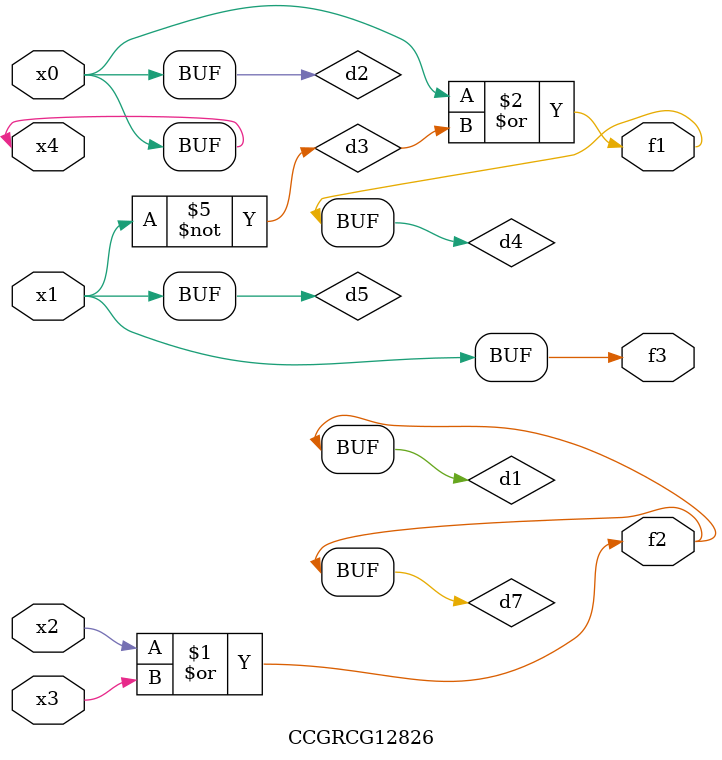
<source format=v>
module CCGRCG12826(
	input x0, x1, x2, x3, x4,
	output f1, f2, f3
);

	wire d1, d2, d3, d4, d5, d6, d7;

	or (d1, x2, x3);
	buf (d2, x0, x4);
	not (d3, x1);
	or (d4, d2, d3);
	not (d5, d3);
	nand (d6, d1, d3);
	or (d7, d1);
	assign f1 = d4;
	assign f2 = d7;
	assign f3 = d5;
endmodule

</source>
